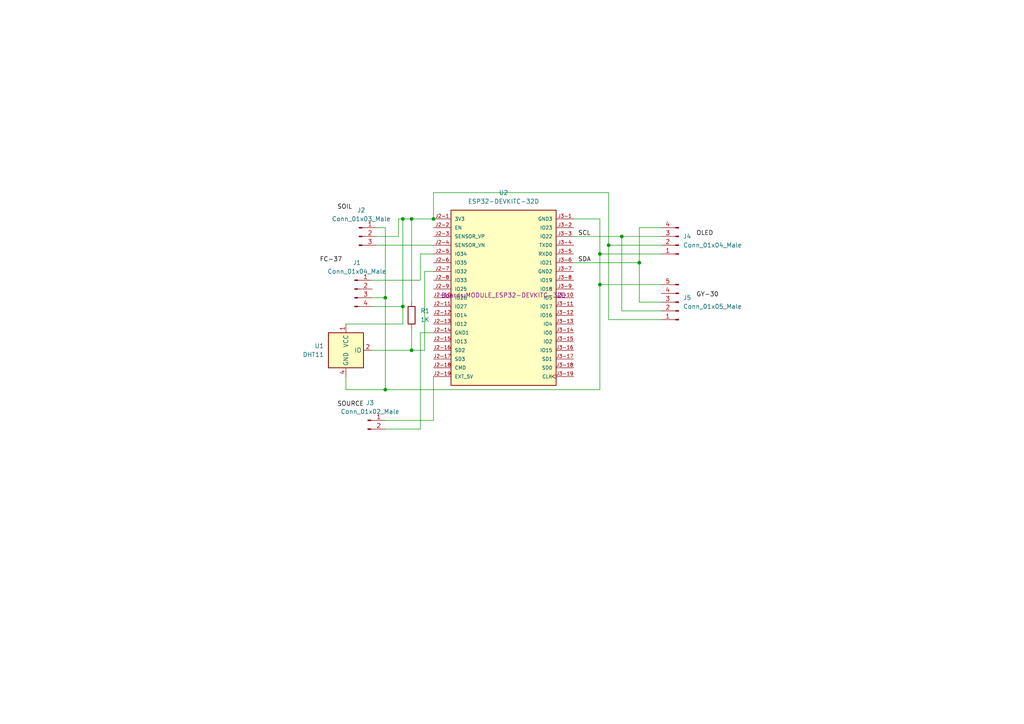
<source format=kicad_sch>
(kicad_sch (version 20211123) (generator eeschema)
  (paper "A4")
  (lib_symbols
    (symbol "Connector:Conn_01x02_Male" (pin_names (offset 1.016) hide)
      (property "Reference" "J" (at 0 2.54 0))
      (property "Value" "Conn_01x02_Male" (at 0 -5.08 0))
      (symbol "Conn_01x02_Male_1_1"
        (polyline (pts (xy 1.27 -2.54) (xy 0.8636 -2.54)) (stroke (width 0.1524)))
        (polyline (pts (xy 1.27 0) (xy 0.8636 0)) (stroke (width 0.1524)))
        (rectangle (start 0.8636 -2.413) (end 0 -2.667) (stroke (width 0.1524)) (fill (type outline)))
        (rectangle (start 0.8636 0.127) (end 0 -0.127) (stroke (width 0.1524)) (fill (type outline)))
        (pin passive line (at 5.08 0 180) (length 3.81) (name "Pin_1") (number "1"))
        (pin passive line (at 5.08 -2.54 180) (length 3.81) (name "Pin_2") (number "2"))
      )
    )
    (symbol "Connector:Conn_01x03_Male" (pin_names (offset 1.016) hide)
      (property "Reference" "J" (at 0 5.08 0))
      (property "Value" "Conn_01x03_Male" (at 0 -5.08 0))
      (symbol "Conn_01x03_Male_1_1"
        (polyline (pts (xy 1.27 -2.54) (xy 0.8636 -2.54)) (stroke (width 0.1524)))
        (polyline (pts (xy 1.27 0) (xy 0.8636 0)) (stroke (width 0.1524)))
        (polyline (pts (xy 1.27 2.54) (xy 0.8636 2.54)) (stroke (width 0.1524)))
        (rectangle (start 0.8636 -2.413) (end 0 -2.667) (stroke (width 0.1524)) (fill (type outline)))
        (rectangle (start 0.8636 0.127) (end 0 -0.127) (stroke (width 0.1524)) (fill (type outline)))
        (rectangle (start 0.8636 2.667) (end 0 2.413) (stroke (width 0.1524)) (fill (type outline)))
        (pin passive line (at 5.08 2.54 180) (length 3.81) (name "Pin_1") (number "1"))
        (pin passive line (at 5.08 0 180) (length 3.81) (name "Pin_2") (number "2"))
        (pin passive line (at 5.08 -2.54 180) (length 3.81) (name "Pin_3") (number "3"))
      )
    )
    (symbol "Connector:Conn_01x04_Male" (pin_names (offset 1.016) hide)
      (property "Reference" "J" (at 0 5.08 0))
      (property "Value" "Conn_01x04_Male" (at 0 -7.62 0))
      (symbol "Conn_01x04_Male_1_1"
        (polyline (pts (xy 1.27 -5.08) (xy 0.8636 -5.08)) (stroke (width 0.1524)))
        (polyline (pts (xy 1.27 -2.54) (xy 0.8636 -2.54)) (stroke (width 0.1524)))
        (polyline (pts (xy 1.27 0) (xy 0.8636 0)) (stroke (width 0.1524)))
        (polyline (pts (xy 1.27 2.54) (xy 0.8636 2.54)) (stroke (width 0.1524)))
        (rectangle (start 0.8636 -4.953) (end 0 -5.207) (stroke (width 0.1524)) (fill (type outline)))
        (rectangle (start 0.8636 -2.413) (end 0 -2.667) (stroke (width 0.1524)) (fill (type outline)))
        (rectangle (start 0.8636 0.127) (end 0 -0.127) (stroke (width 0.1524)) (fill (type outline)))
        (rectangle (start 0.8636 2.667) (end 0 2.413) (stroke (width 0.1524)) (fill (type outline)))
        (pin passive line (at 5.08 2.54 180) (length 3.81) (name "Pin_1") (number "1"))
        (pin passive line (at 5.08 0 180) (length 3.81) (name "Pin_2") (number "2"))
        (pin passive line (at 5.08 -2.54 180) (length 3.81) (name "Pin_3") (number "3"))
        (pin passive line (at 5.08 -5.08 180) (length 3.81) (name "Pin_4") (number "4"))
      )
    )
    (symbol "Connector:Conn_01x05_Male" (pin_names (offset 1.016) hide)
      (property "Reference" "J" (at 0 7.62 0))
      (property "Value" "Conn_01x05_Male" (at 0 -7.62 0))
      (symbol "Conn_01x05_Male_1_1"
        (polyline (pts (xy 1.27 -5.08) (xy 0.8636 -5.08)) (stroke (width 0.1524)))
        (polyline (pts (xy 1.27 -2.54) (xy 0.8636 -2.54)) (stroke (width 0.1524)))
        (polyline (pts (xy 1.27 0) (xy 0.8636 0)) (stroke (width 0.1524)))
        (polyline (pts (xy 1.27 2.54) (xy 0.8636 2.54)) (stroke (width 0.1524)))
        (polyline (pts (xy 1.27 5.08) (xy 0.8636 5.08)) (stroke (width 0.1524)))
        (rectangle (start 0.8636 -4.953) (end 0 -5.207) (stroke (width 0.1524)) (fill (type outline)))
        (rectangle (start 0.8636 -2.413) (end 0 -2.667) (stroke (width 0.1524)) (fill (type outline)))
        (rectangle (start 0.8636 0.127) (end 0 -0.127) (stroke (width 0.1524)) (fill (type outline)))
        (rectangle (start 0.8636 2.667) (end 0 2.413) (stroke (width 0.1524)) (fill (type outline)))
        (rectangle (start 0.8636 5.207) (end 0 4.953) (stroke (width 0.1524)) (fill (type outline)))
        (pin passive line (at 5.08 5.08 180) (length 3.81) (name "Pin_1") (number "1"))
        (pin passive line (at 5.08 2.54 180) (length 3.81) (name "Pin_2") (number "2"))
        (pin passive line (at 5.08 0 180) (length 3.81) (name "Pin_3") (number "3"))
        (pin passive line (at 5.08 -2.54 180) (length 3.81) (name "Pin_4") (number "4"))
        (pin passive line (at 5.08 -5.08 180) (length 3.81) (name "Pin_5") (number "5"))
      )
    )
    (symbol "Device:R" (pin_numbers hide) (pin_names (offset 0))
      (property "Reference" "R" (at 2.032 0 90))
      (property "Value" "R" (at 0 0 90))
      (symbol "R_0_1"
        (rectangle (start -1.016 -2.54) (end 1.016 2.54) (stroke (width 0.254)))
      )
      (symbol "R_1_1"
        (pin passive line (at 0 3.81 270) (length 1.27) (name "~") (number "1"))
        (pin passive line (at 0 -3.81 90) (length 1.27) (name "~") (number "2"))
      )
    )
    (symbol "ESP32-DEVKITC-32D:ESP32-DEVKITC-32D" (pin_names (offset 1.016))
      (property "Reference" "U" (at -15.2572 26.0643 0))
      (property "Value" "ESP32-DEVKITC-32D" (at -15.2563 -27.9698 0))
      (symbol "ESP32-DEVKITC-32D_0_0"
        (rectangle (start -15.24 -25.4) (end 15.24 25.4) (stroke (width 0.254)) (fill (type background)))
        (pin power_in line (at -20.32 22.86 0) (length 5.08) (name "3V3") (number "J2-1"))
        (pin bidirectional line (at -20.32 0 0) (length 5.08) (name "IO26") (number "J2-10"))
        (pin bidirectional line (at -20.32 -2.54 0) (length 5.08) (name "IO27") (number "J2-11"))
        (pin bidirectional line (at -20.32 -5.08 0) (length 5.08) (name "IO14") (number "J2-12"))
        (pin bidirectional line (at -20.32 -7.62 0) (length 5.08) (name "IO12") (number "J2-13"))
        (pin power_in line (at -20.32 -10.16 0) (length 5.08) (name "GND1") (number "J2-14"))
        (pin bidirectional line (at -20.32 -12.7 0) (length 5.08) (name "IO13") (number "J2-15"))
        (pin bidirectional line (at -20.32 -15.24 0) (length 5.08) (name "SD2") (number "J2-16"))
        (pin bidirectional line (at -20.32 -17.78 0) (length 5.08) (name "SD3") (number "J2-17"))
        (pin bidirectional line (at -20.32 -20.32 0) (length 5.08) (name "CMD") (number "J2-18"))
        (pin power_in line (at -20.32 -22.86 0) (length 5.08) (name "EXT_5V") (number "J2-19"))
        (pin input line (at -20.32 20.32 0) (length 5.08) (name "EN") (number "J2-2"))
        (pin input line (at -20.32 17.78 0) (length 5.08) (name "SENSOR_VP") (number "J2-3"))
        (pin input line (at -20.32 15.24 0) (length 5.08) (name "SENSOR_VN") (number "J2-4"))
        (pin bidirectional line (at -20.32 12.7 0) (length 5.08) (name "IO34") (number "J2-5"))
        (pin bidirectional line (at -20.32 10.16 0) (length 5.08) (name "IO35") (number "J2-6"))
        (pin bidirectional line (at -20.32 7.62 0) (length 5.08) (name "IO32") (number "J2-7"))
        (pin bidirectional line (at -20.32 5.08 0) (length 5.08) (name "IO33") (number "J2-8"))
        (pin bidirectional line (at -20.32 2.54 0) (length 5.08) (name "IO25") (number "J2-9"))
        (pin power_in line (at 20.32 22.86 180) (length 5.08) (name "GND3") (number "J3-1"))
        (pin bidirectional line (at 20.32 0 180) (length 5.08) (name "IO5") (number "J3-10"))
        (pin bidirectional line (at 20.32 -2.54 180) (length 5.08) (name "IO17") (number "J3-11"))
        (pin bidirectional line (at 20.32 -5.08 180) (length 5.08) (name "IO16") (number "J3-12"))
        (pin bidirectional line (at 20.32 -7.62 180) (length 5.08) (name "IO4") (number "J3-13"))
        (pin bidirectional line (at 20.32 -10.16 180) (length 5.08) (name "IO0") (number "J3-14"))
        (pin bidirectional line (at 20.32 -12.7 180) (length 5.08) (name "IO2") (number "J3-15"))
        (pin bidirectional line (at 20.32 -15.24 180) (length 5.08) (name "IO15") (number "J3-16"))
        (pin bidirectional line (at 20.32 -17.78 180) (length 5.08) (name "SD1") (number "J3-17"))
        (pin bidirectional line (at 20.32 -20.32 180) (length 5.08) (name "SD0") (number "J3-18"))
        (pin input clock (at 20.32 -22.86 180) (length 5.08) (name "CLK") (number "J3-19"))
        (pin bidirectional line (at 20.32 20.32 180) (length 5.08) (name "IO23") (number "J3-2"))
        (pin bidirectional line (at 20.32 17.78 180) (length 5.08) (name "IO22") (number "J3-3"))
        (pin output line (at 20.32 15.24 180) (length 5.08) (name "TXD0") (number "J3-4"))
        (pin input line (at 20.32 12.7 180) (length 5.08) (name "RXD0") (number "J3-5"))
        (pin bidirectional line (at 20.32 10.16 180) (length 5.08) (name "IO21") (number "J3-6"))
        (pin power_in line (at 20.32 7.62 180) (length 5.08) (name "GND2") (number "J3-7"))
        (pin bidirectional line (at 20.32 5.08 180) (length 5.08) (name "IO19") (number "J3-8"))
        (pin bidirectional line (at 20.32 2.54 180) (length 5.08) (name "IO18") (number "J3-9"))
      )
    )
    (symbol "Sensor:DHT11"
      (property "Reference" "U" (at -3.81 6.35 0))
      (property "Value" "DHT11" (at 3.81 6.35 0))
      (symbol "DHT11_0_1"
        (rectangle (start -5.08 5.08) (end 5.08 -5.08) (stroke (width 0.254)) (fill (type background)))
      )
      (symbol "DHT11_1_1"
        (pin power_in line (at 0 7.62 270) (length 2.54) (name "VCC") (number "1"))
        (pin bidirectional line (at 7.62 0 180) (length 2.54) (name "IO") (number "2"))
        (pin no_connect line (at -5.08 0 0) (length 2.54) hide (name "NC") (number "3"))
        (pin power_in line (at 0 -7.62 90) (length 2.54) (name "GND") (number "4"))
      )
    )
  )
  (junction (at 185.42 76.2))
  (junction (at 119.38 63.5))
  (junction (at 116.84 88.9))
  (junction (at 180.34 68.58))
  (junction (at 116.84 63.5))
  (junction (at 173.99 82.55))
  (junction (at 111.76 86.36))
  (junction (at 111.76 113.03))
  (junction (at 176.53 71.12))
  (junction (at 125.73 63.5))
  (junction (at 119.38 101.6))
  (junction (at 173.99 73.66))
  (wire (pts (xy 125.73 55.88) (xy 176.53 55.88)))
  (wire (pts (xy 176.53 55.88) (xy 176.53 71.12)))
  (wire (pts (xy 109.22 66.04) (xy 111.76 66.04)))
  (wire (pts (xy 180.34 90.17) (xy 191.77 90.17)))
  (wire (pts (xy 176.53 92.71) (xy 191.77 92.71)))
  (wire (pts (xy 116.84 88.9) (xy 116.84 63.5)))
  (wire (pts (xy 111.76 86.36) (xy 111.76 113.03)))
  (wire (pts (xy 107.95 88.9) (xy 116.84 88.9)))
  (wire (pts (xy 173.99 113.03) (xy 111.76 113.03)))
  (wire (pts (xy 123.19 101.6) (xy 119.38 101.6)))
  (wire (pts (xy 173.99 82.55) (xy 191.77 82.55)))
  (wire (pts (xy 173.99 73.66) (xy 173.99 82.55)))
  (wire (pts (xy 107.95 86.36) (xy 111.76 86.36)))
  (wire (pts (xy 109.22 68.58) (xy 115.57 68.58)))
  (wire (pts (xy 176.53 71.12) (xy 176.53 92.71)))
  (wire (pts (xy 173.99 63.5) (xy 173.99 73.66)))
  (wire (pts (xy 185.42 76.2) (xy 185.42 87.63)))
  (wire (pts (xy 115.57 63.5) (xy 116.84 63.5)))
  (wire (pts (xy 180.34 68.58) (xy 180.34 90.17)))
  (wire (pts (xy 121.92 124.46) (xy 121.92 96.52)))
  (wire (pts (xy 166.37 76.2) (xy 185.42 76.2)))
  (wire (pts (xy 125.73 121.92) (xy 111.76 121.92)))
  (wire (pts (xy 121.92 73.66) (xy 125.73 73.66)))
  (wire (pts (xy 107.95 101.6) (xy 119.38 101.6)))
  (wire (pts (xy 180.34 68.58) (xy 191.77 68.58)))
  (wire (pts (xy 119.38 87.63) (xy 119.38 63.5)))
  (wire (pts (xy 125.73 109.22) (xy 125.73 121.92)))
  (wire (pts (xy 100.33 113.03) (xy 100.33 109.22)))
  (wire (pts (xy 185.42 66.04) (xy 191.77 66.04)))
  (wire (pts (xy 173.99 82.55) (xy 173.99 113.03)))
  (wire (pts (xy 185.42 76.2) (xy 185.42 66.04)))
  (wire (pts (xy 107.95 81.28) (xy 121.92 81.28)))
  (wire (pts (xy 109.22 71.12) (xy 125.73 71.12)))
  (wire (pts (xy 116.84 93.98) (xy 116.84 88.9)))
  (wire (pts (xy 111.76 113.03) (xy 100.33 113.03)))
  (wire (pts (xy 111.76 66.04) (xy 111.76 86.36)))
  (wire (pts (xy 166.37 63.5) (xy 173.99 63.5)))
  (wire (pts (xy 121.92 96.52) (xy 125.73 96.52)))
  (wire (pts (xy 176.53 71.12) (xy 191.77 71.12)))
  (wire (pts (xy 100.33 93.98) (xy 116.84 93.98)))
  (wire (pts (xy 119.38 63.5) (xy 125.73 63.5)))
  (wire (pts (xy 185.42 87.63) (xy 191.77 87.63)))
  (wire (pts (xy 116.84 63.5) (xy 119.38 63.5)))
  (wire (pts (xy 119.38 101.6) (xy 119.38 95.25)))
  (wire (pts (xy 115.57 68.58) (xy 115.57 63.5)))
  (wire (pts (xy 121.92 81.28) (xy 121.92 73.66)))
  (wire (pts (xy 173.99 73.66) (xy 191.77 73.66)))
  (wire (pts (xy 123.19 78.74) (xy 123.19 101.6)))
  (wire (pts (xy 125.73 63.5) (xy 125.73 55.88)))
  (wire (pts (xy 125.73 78.74) (xy 123.19 78.74)))
  (wire (pts (xy 111.76 124.46) (xy 121.92 124.46)))
  (wire (pts (xy 166.37 68.58) (xy 180.34 68.58)))
  (label "SOURCE" (at 97.79 118.11 0))
  (label "SOIL" (at 97.79 60.96 0))
  (label "OLED" (at 201.93 68.58 0))
  (label "SCL" (at 167.64 68.58 0))
  (label "GY-30" (at 201.93 86.36 0))
  (label "FC-37" (at 92.71 76.2 0))
  (label "SDA" (at 167.64 76.2 0))
  (symbol (lib_id "Connector:Conn_01x02_Male") (at 106.68 121.92 0) (unit 1)
    (property "Reference" "J3" (at 107.315 116.84 0))
    (property "Value" "Conn_01x02_Male" (at 107.315 119.38 0))
  )
  (symbol (lib_id "Connector:Conn_01x04_Male") (at 196.85 71.12 180) (unit 1)
    (property "Reference" "J4" (at 198.12 68.5799 0) (effects (justify right)))
    (property "Value" "Conn_01x04_Male" (at 198.12 71.1199 0) (effects (justify right)))
    (property "Footprint" "Connector:FanPinHeader_1x04_P2.54mm_Vertical" (effects hide))
  )
  (symbol (lib_id "Sensor:DHT11") (at 100.33 101.6 0) (unit 1)
    (property "Reference" "U1" (at 93.98 100.3299 0) (effects (justify right)))
    (property "Value" "DHT11" (at 93.98 102.8699 0) (effects (justify right)))
    (property "Footprint" "Sensor:Aosong_DHT11_5.5x12.0_P2.54mm" (effects hide))
    (property "Datasheet" "http://akizukidenshi.com/download/ds/aosong/DHT11.pdf" (effects hide))
  )
  (symbol (lib_id "Connector:Conn_01x05_Male") (at 196.85 87.63 180) (unit 1)
    (property "Reference" "J5" (at 198.12 86.3599 0) (effects (justify right)))
    (property "Value" "Conn_01x05_Male" (at 198.12 88.8999 0) (effects (justify right)))
  )
  (symbol (lib_id "Connector:Conn_01x03_Male") (at 104.14 68.58 0) (unit 1)
    (property "Reference" "J2" (at 104.775 60.96 0))
    (property "Value" "Conn_01x03_Male" (at 104.775 63.5 0))
  )
  (symbol (lib_id "Device:R") (at 119.38 91.44 0) (unit 1)
    (property "Reference" "R1" (at 121.92 90.1699 0) (effects (justify left)))
    (property "Value" "1K" (at 121.92 92.7099 0) (effects (justify left)))
  )
  (symbol (lib_id "ESP32-DEVKITC-32D:ESP32-DEVKITC-32D") (at 146.05 86.36 0) (unit 1)
    (property "Reference" "U2" (at 146.05 55.88 0))
    (property "Value" "ESP32-DEVKITC-32D" (at 146.05 58.42 0))
    (property "Footprint" "Boards:MODULE_ESP32-DEVKITC-32D" (at 146.05 86.36 0) (effects (justify bottom)))
    (property "STANDARD" "Manufacturer Recommendations" (effects hide))
    (property "SNAPEDA_PN" "ESP32-DEVKITC-32D" (effects hide))
    (property "PARTREV" "V4" (effects hide))
    (property "MAXIMUM_PACKAGE_HEIGHT" "N/A" (effects hide))
    (property "MANUFACTURER" "Espressif Systems" (effects hide))
  )
  (symbol (lib_id "Connector:Conn_01x04_Male") (at 102.87 83.82 0) (unit 1)
    (property "Reference" "J1" (at 103.505 76.2 0))
    (property "Value" "Conn_01x04_Male" (at 103.505 78.74 0))
  )
)
</source>
